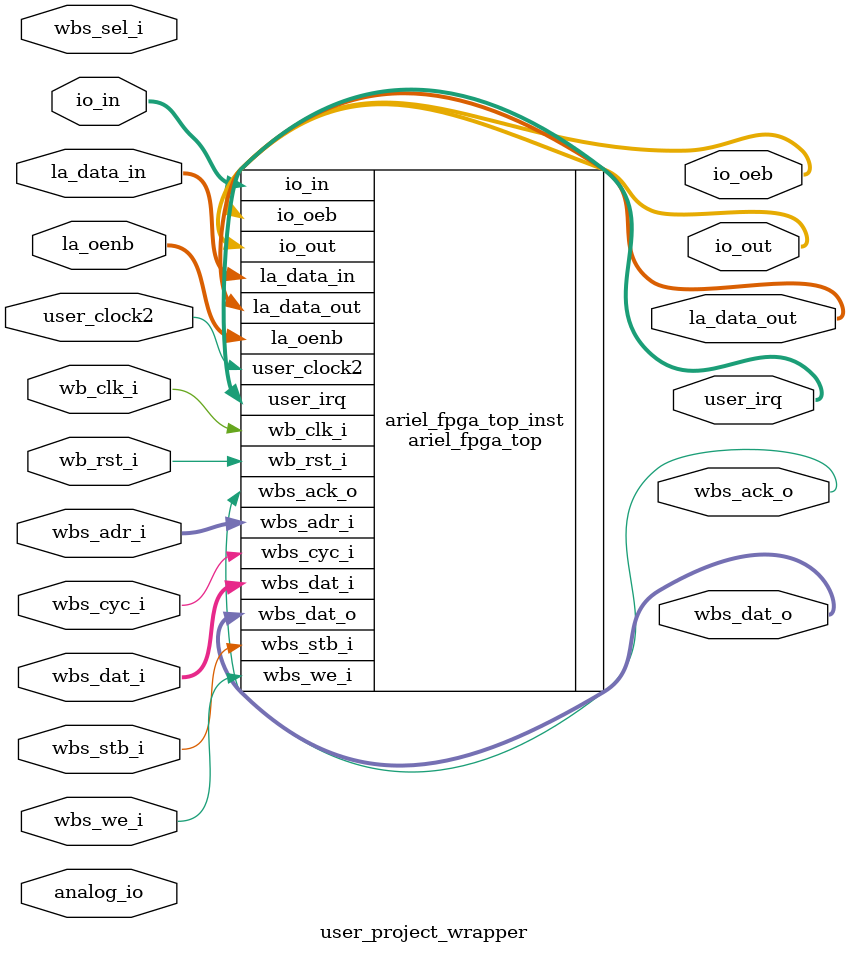
<source format=v>

`default_nettype none
`define MPRJ_IO_PADS    38
/*
 *-------------------------------------------------------------
 *
 * user_project_wrapper
 *
 * This wrapper enumerates all of the pins available to the
 * user for the user project.
 *
 * An example user project is provided in this wrapper.  The
 * example should be removed and replaced with the actual
 * user project.
 *
 *-------------------------------------------------------------
 */

module user_project_wrapper #(
    parameter BITS = 32
)(
`ifdef USE_POWER_PINS
    inout vdda1,	// User area 1 3.3V supply
    inout vdda2,	// User area 2 3.3V supply
    inout vssa1,	// User area 1 analog ground
    inout vssa2,	// User area 2 analog ground
    inout vccd1,	// User area 1 1.8V supply
    inout vccd2,	// User area 2 1.8v supply
    inout vssd1,	// User area 1 digital ground
    inout vssd2,	// User area 2 digital ground
`endif

    // Wishbone Slave ports (WB MI A)
    input wb_clk_i,
    input wb_rst_i,
    input wbs_stb_i,
    input wbs_cyc_i,
    input wbs_we_i,
    input [3:0] wbs_sel_i,
    input [31:0] wbs_dat_i,
    input [31:0] wbs_adr_i,
    output wbs_ack_o,
    output [31:0] wbs_dat_o,

    // Logic Analyzer Signals
    input  [127:0] la_data_in,
    output [127:0] la_data_out,
    input  [127:0] la_oenb,

    // IOs
    input  [`MPRJ_IO_PADS-1:0] io_in,
    output [`MPRJ_IO_PADS-1:0] io_out,
    output [`MPRJ_IO_PADS-1:0] io_oeb,

    // Analog (direct connection to GPIO pad---use with caution)
    // Note that analog I/O is not available on the 7 lowest-numbered
    // GPIO pads, and so the analog_io indexing is offset from the
    // GPIO indexing by 7 (also upper 2 GPIOs do not have analog_io).
    inout [`MPRJ_IO_PADS-10:0] analog_io,

    // Independent clock (on independent integer divider)
    input   user_clock2,

    // User maskable interrupt signals
    output [2:0] user_irq
);

ariel_fpga_top ariel_fpga_top_inst (
        .wb_clk_i(wb_clk_i),
        .wb_rst_i(wb_rst_i),
        .wbs_stb_i(wbs_stb_i),
        .wbs_cyc_i(wbs_cyc_i),
        .wbs_we_i(wbs_we_i),
        .wbs_dat_i(wbs_dat_i),
        .wbs_adr_i(wbs_adr_i),
        .wbs_ack_o(wbs_ack_o),
        .wbs_dat_o(wbs_dat_o),
        .la_data_in(la_data_in),
        .la_data_out(la_data_out),
        .la_oenb(la_oenb),   
        .io_in(io_in),
        .io_out(io_out),
        .io_oeb(io_oeb),
        .user_clock2(user_clock2),
        .user_irq(user_irq)
    );

endmodule	// user_project_wrapper

</source>
